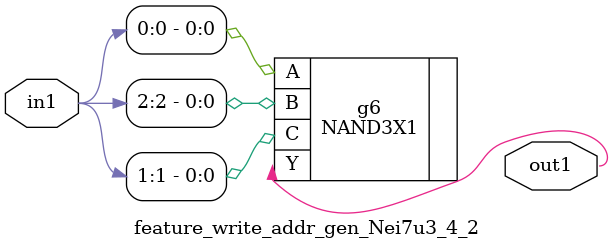
<source format=v>
`timescale 1ps / 1ps


module feature_write_addr_gen_Nei7u3_4_2(in1, out1);
  input [2:0] in1;
  output out1;
  wire [2:0] in1;
  wire out1;
  NAND3X1 g6(.A (in1[0]), .B (in1[2]), .C (in1[1]), .Y (out1));
endmodule



</source>
